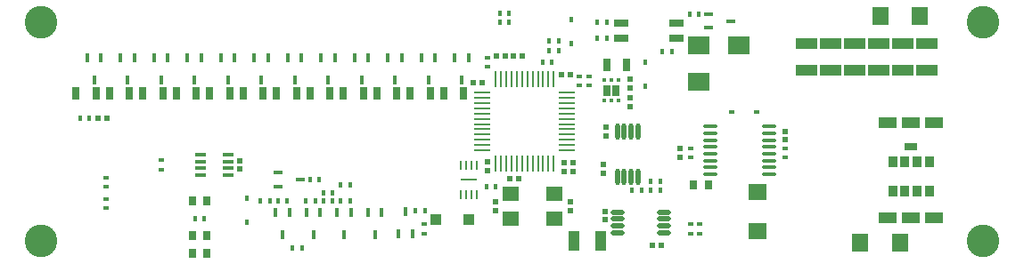
<source format=gbp>
G04 Layer_Color=128*
%FSAX25Y25*%
%MOIN*%
G70*
G01*
G75*
%ADD11R,0.02756X0.03543*%
%ADD15R,0.02165X0.01772*%
%ADD16R,0.01969X0.02047*%
%ADD17R,0.01969X0.01772*%
%ADD18R,0.02047X0.01969*%
%ADD20R,0.01772X0.02165*%
%ADD55C,0.12205*%
%ADD66R,0.07874X0.04331*%
%ADD67R,0.01772X0.01969*%
%ADD68R,0.02756X0.05118*%
%ADD69R,0.01772X0.03347*%
%ADD70R,0.05984X0.06614*%
%ADD71R,0.03347X0.01772*%
%ADD72R,0.06300X0.05500*%
%ADD73R,0.08268X0.06693*%
%ADD74R,0.06693X0.04331*%
%ADD75R,0.03347X0.04331*%
%ADD76R,0.05118X0.02756*%
%ADD77R,0.06614X0.05984*%
%ADD78O,0.00984X0.06102*%
%ADD79O,0.06102X0.00984*%
%ADD80O,0.01772X0.06299*%
%ADD81R,0.03937X0.04331*%
%ADD82R,0.03937X0.01772*%
%ADD83R,0.04331X0.07480*%
%ADD84O,0.05800X0.01400*%
%ADD85O,0.05315X0.01772*%
%ADD87R,0.01181X0.01772*%
%ADD88R,0.05512X0.03150*%
%ADD89R,0.06299X0.00787*%
%ADD90R,0.00984X0.03543*%
G04:AMPARAMS|DCode=166|XSize=39.37mil|YSize=27.56mil|CornerRadius=0mil|HoleSize=0mil|Usage=FLASHONLY|Rotation=270.000|XOffset=0mil|YOffset=0mil|HoleType=Round|Shape=RoundedRectangle|*
%AMROUNDEDRECTD166*
21,1,0.03937,0.02756,0,0,270.0*
21,1,0.03937,0.02756,0,0,270.0*
1,1,0.00000,-0.01378,-0.01969*
1,1,0.00000,-0.01378,0.01969*
1,1,0.00000,0.01378,0.01969*
1,1,0.00000,0.01378,-0.01969*
%
%ADD166ROUNDEDRECTD166*%
D11*
X0580744Y0543000D02*
D03*
X0586256D02*
D03*
Y0549500D02*
D03*
X0580744D02*
D03*
X0773756Y0568500D02*
D03*
X0768244D02*
D03*
X0586256Y0562500D02*
D03*
X0580744D02*
D03*
D15*
X0802500Y0582272D02*
D03*
Y0578728D02*
D03*
X0691000Y0612728D02*
D03*
Y0616272D02*
D03*
X0767000Y0578728D02*
D03*
Y0582272D02*
D03*
X0569000Y0577772D02*
D03*
Y0574228D02*
D03*
X0767000Y0553772D02*
D03*
Y0550228D02*
D03*
X0770500D02*
D03*
Y0553772D02*
D03*
X0548500Y0567728D02*
D03*
Y0571272D02*
D03*
Y0559728D02*
D03*
Y0563272D02*
D03*
X0729000Y0609272D02*
D03*
Y0605728D02*
D03*
X0725500Y0609272D02*
D03*
Y0605728D02*
D03*
X0667500Y0553772D02*
D03*
Y0550228D02*
D03*
D16*
X0685886Y0607000D02*
D03*
X0689114D02*
D03*
X0722114Y0610000D02*
D03*
X0718886D02*
D03*
X0702614Y0571000D02*
D03*
X0699386D02*
D03*
X0723114Y0577000D02*
D03*
X0719886D02*
D03*
X0723114Y0573500D02*
D03*
X0719886D02*
D03*
X0704114Y0617000D02*
D03*
X0700886D02*
D03*
X0694386D02*
D03*
X0697614D02*
D03*
X0545386Y0593500D02*
D03*
X0548614D02*
D03*
X0752886Y0546000D02*
D03*
X0756114D02*
D03*
D17*
X0782374Y0596000D02*
D03*
X0791626D02*
D03*
D18*
X0734500Y0576114D02*
D03*
Y0572886D02*
D03*
X0735500Y0586886D02*
D03*
Y0590114D02*
D03*
X0744500Y0608114D02*
D03*
Y0604886D02*
D03*
Y0597886D02*
D03*
Y0601114D02*
D03*
X0722000Y0562114D02*
D03*
Y0558886D02*
D03*
X0694000D02*
D03*
Y0562114D02*
D03*
X0598500Y0577614D02*
D03*
Y0574386D02*
D03*
X0763000Y0582114D02*
D03*
Y0578886D02*
D03*
X0735000Y0555386D02*
D03*
Y0558614D02*
D03*
X0802500Y0588614D02*
D03*
Y0585386D02*
D03*
X0691000Y0573886D02*
D03*
Y0577114D02*
D03*
D20*
X0624728Y0570500D02*
D03*
X0628272D02*
D03*
X0715272Y0614500D02*
D03*
X0711728D02*
D03*
X0585272Y0556000D02*
D03*
X0581728D02*
D03*
X0755772Y0570000D02*
D03*
X0752228D02*
D03*
X0717772Y0619000D02*
D03*
X0714228D02*
D03*
X0717772Y0622500D02*
D03*
X0714228D02*
D03*
X0621772Y0545000D02*
D03*
X0618228D02*
D03*
X0629728Y0565500D02*
D03*
X0633272D02*
D03*
X0639772Y0562500D02*
D03*
X0636228D02*
D03*
X0609772D02*
D03*
X0606228D02*
D03*
X0616272D02*
D03*
X0612728D02*
D03*
X0752228Y0566500D02*
D03*
X0755772D02*
D03*
X0735772Y0623500D02*
D03*
X0732228D02*
D03*
X0760043Y0618500D02*
D03*
X0756500D02*
D03*
X0735772Y0629500D02*
D03*
X0732228D02*
D03*
X0695728D02*
D03*
X0699272D02*
D03*
X0695728Y0633000D02*
D03*
X0699272D02*
D03*
X0538728Y0593500D02*
D03*
X0542272D02*
D03*
X0633272Y0562500D02*
D03*
X0629728D02*
D03*
X0664228Y0559000D02*
D03*
X0667772D02*
D03*
X0623228Y0562500D02*
D03*
X0626772D02*
D03*
X0636228Y0568500D02*
D03*
X0639772D02*
D03*
X0766728Y0632500D02*
D03*
X0770272D02*
D03*
X0745228Y0566500D02*
D03*
X0748772D02*
D03*
X0690728Y0568000D02*
D03*
X0694272D02*
D03*
D55*
X0524000Y0547500D02*
D03*
Y0629500D02*
D03*
X0876500Y0547500D02*
D03*
Y0629500D02*
D03*
D66*
X0819500Y0611382D02*
D03*
Y0621618D02*
D03*
X0828500D02*
D03*
Y0611382D02*
D03*
X0846500D02*
D03*
Y0621618D02*
D03*
X0855500D02*
D03*
Y0611382D02*
D03*
X0837500D02*
D03*
Y0621618D02*
D03*
X0810500D02*
D03*
Y0611382D02*
D03*
D67*
X0722500Y0621374D02*
D03*
Y0630626D02*
D03*
X0750000Y0605374D02*
D03*
Y0614626D02*
D03*
X0601000Y0563626D02*
D03*
Y0554374D02*
D03*
D68*
X0557240Y0603000D02*
D03*
X0549760D02*
D03*
X0569740D02*
D03*
X0562260D02*
D03*
X0582240D02*
D03*
X0574760D02*
D03*
X0594740D02*
D03*
X0587260D02*
D03*
X0607240D02*
D03*
X0599760D02*
D03*
X0619740D02*
D03*
X0612260D02*
D03*
X0632240D02*
D03*
X0624760D02*
D03*
X0644740D02*
D03*
X0637260D02*
D03*
X0657240D02*
D03*
X0649760D02*
D03*
X0669740D02*
D03*
X0662260D02*
D03*
X0682240D02*
D03*
X0674760D02*
D03*
X0735760Y0613500D02*
D03*
X0743240D02*
D03*
X0544740Y0603000D02*
D03*
X0537260D02*
D03*
D69*
X0634941Y0558153D02*
D03*
X0640059D02*
D03*
X0637500Y0549847D02*
D03*
X0623441Y0558153D02*
D03*
X0628559D02*
D03*
X0626000Y0549847D02*
D03*
X0614500D02*
D03*
X0617059Y0558153D02*
D03*
X0611941D02*
D03*
X0541441Y0616153D02*
D03*
X0546559D02*
D03*
X0544000Y0607846D02*
D03*
X0556500D02*
D03*
X0559059Y0616153D02*
D03*
X0553941D02*
D03*
X0566441D02*
D03*
X0571559D02*
D03*
X0569000Y0607846D02*
D03*
X0581500D02*
D03*
X0584059Y0616153D02*
D03*
X0578941D02*
D03*
X0591441D02*
D03*
X0596559D02*
D03*
X0594000Y0607846D02*
D03*
X0606500D02*
D03*
X0609059Y0616153D02*
D03*
X0603941D02*
D03*
X0616441D02*
D03*
X0621559D02*
D03*
X0619000Y0607846D02*
D03*
X0631500D02*
D03*
X0634059Y0616153D02*
D03*
X0628941D02*
D03*
X0641441D02*
D03*
X0646559D02*
D03*
X0644000Y0607846D02*
D03*
X0656500D02*
D03*
X0659059Y0616153D02*
D03*
X0653941D02*
D03*
X0666441D02*
D03*
X0671559D02*
D03*
X0669000Y0607846D02*
D03*
X0681500D02*
D03*
X0684059Y0616153D02*
D03*
X0678941D02*
D03*
X0663059Y0550347D02*
D03*
X0657941D02*
D03*
X0660500Y0558653D02*
D03*
X0649000Y0549847D02*
D03*
X0651559Y0558153D02*
D03*
X0646441D02*
D03*
D70*
X0838098Y0632000D02*
D03*
X0852901D02*
D03*
X0845401Y0547000D02*
D03*
X0830598D02*
D03*
D71*
X0773846Y0627441D02*
D03*
Y0632559D02*
D03*
X0782154Y0630000D02*
D03*
X0621153Y0570500D02*
D03*
X0612847Y0573059D02*
D03*
Y0567941D02*
D03*
D72*
X0716150Y0555750D02*
D03*
X0699850D02*
D03*
Y0565250D02*
D03*
X0716150D02*
D03*
D73*
X0784980Y0620890D02*
D03*
X0770020Y0607110D02*
D03*
Y0620890D02*
D03*
D74*
X0840838Y0556284D02*
D03*
X0849500D02*
D03*
X0858161D02*
D03*
Y0591716D02*
D03*
X0849500D02*
D03*
X0840838D02*
D03*
D75*
X0856291Y0566323D02*
D03*
X0851764D02*
D03*
X0847236D02*
D03*
X0842708D02*
D03*
Y0577347D02*
D03*
X0847236D02*
D03*
X0851764D02*
D03*
X0856291D02*
D03*
D76*
X0849500Y0582858D02*
D03*
D77*
X0792000Y0565902D02*
D03*
Y0551098D02*
D03*
D78*
X0715874Y0576500D02*
D03*
X0713906D02*
D03*
X0711937D02*
D03*
X0709969D02*
D03*
X0708000D02*
D03*
X0706032D02*
D03*
X0704063D02*
D03*
X0702095D02*
D03*
X0700126D02*
D03*
X0698158D02*
D03*
X0696189D02*
D03*
X0694221D02*
D03*
Y0608193D02*
D03*
X0696189D02*
D03*
X0698158D02*
D03*
X0700126D02*
D03*
X0702095D02*
D03*
X0704063D02*
D03*
X0706032D02*
D03*
X0708000D02*
D03*
X0709969D02*
D03*
X0711937D02*
D03*
X0713906D02*
D03*
X0715874D02*
D03*
D79*
X0689201Y0581520D02*
D03*
Y0583488D02*
D03*
Y0585457D02*
D03*
Y0587425D02*
D03*
Y0589394D02*
D03*
Y0591362D02*
D03*
Y0593331D02*
D03*
Y0595299D02*
D03*
Y0597268D02*
D03*
Y0599236D02*
D03*
Y0601205D02*
D03*
Y0603173D02*
D03*
X0720894D02*
D03*
Y0601205D02*
D03*
Y0599236D02*
D03*
Y0597268D02*
D03*
Y0595299D02*
D03*
Y0593331D02*
D03*
Y0591362D02*
D03*
Y0589394D02*
D03*
Y0587425D02*
D03*
Y0585457D02*
D03*
Y0583488D02*
D03*
Y0581520D02*
D03*
D80*
X0747338Y0571535D02*
D03*
X0744779D02*
D03*
X0742220D02*
D03*
X0739661D02*
D03*
X0747338Y0588465D02*
D03*
X0744779D02*
D03*
X0742220D02*
D03*
X0739661D02*
D03*
D81*
X0671898Y0555500D02*
D03*
X0684102D02*
D03*
D82*
X0594118Y0572161D02*
D03*
X0583882D02*
D03*
Y0579839D02*
D03*
Y0577280D02*
D03*
Y0574720D02*
D03*
X0594118D02*
D03*
Y0577280D02*
D03*
Y0579839D02*
D03*
D83*
X0723579Y0547500D02*
D03*
X0733421D02*
D03*
D84*
X0774400Y0572543D02*
D03*
Y0575102D02*
D03*
Y0577661D02*
D03*
Y0580221D02*
D03*
Y0582780D02*
D03*
Y0585339D02*
D03*
Y0587898D02*
D03*
Y0590457D02*
D03*
X0796600D02*
D03*
Y0587898D02*
D03*
Y0585339D02*
D03*
Y0582780D02*
D03*
Y0580221D02*
D03*
Y0577661D02*
D03*
Y0575102D02*
D03*
Y0572543D02*
D03*
D85*
X0757260Y0558339D02*
D03*
Y0555780D02*
D03*
Y0553221D02*
D03*
Y0550661D02*
D03*
X0739740Y0558339D02*
D03*
Y0555780D02*
D03*
Y0553221D02*
D03*
Y0550661D02*
D03*
D87*
X0734941Y0600161D02*
D03*
X0737500D02*
D03*
X0740059D02*
D03*
Y0607839D02*
D03*
X0737500D02*
D03*
X0734941D02*
D03*
D88*
X0741179Y0623646D02*
D03*
Y0629354D02*
D03*
X0761651Y0623646D02*
D03*
Y0629354D02*
D03*
D89*
X0684000Y0570500D02*
D03*
D90*
X0681047Y0575992D02*
D03*
X0683016D02*
D03*
X0684984D02*
D03*
X0686953D02*
D03*
X0681047Y0565008D02*
D03*
X0683016D02*
D03*
X0684984D02*
D03*
X0686953D02*
D03*
D166*
X0739271Y0604000D02*
D03*
X0735728D02*
D03*
M02*

</source>
